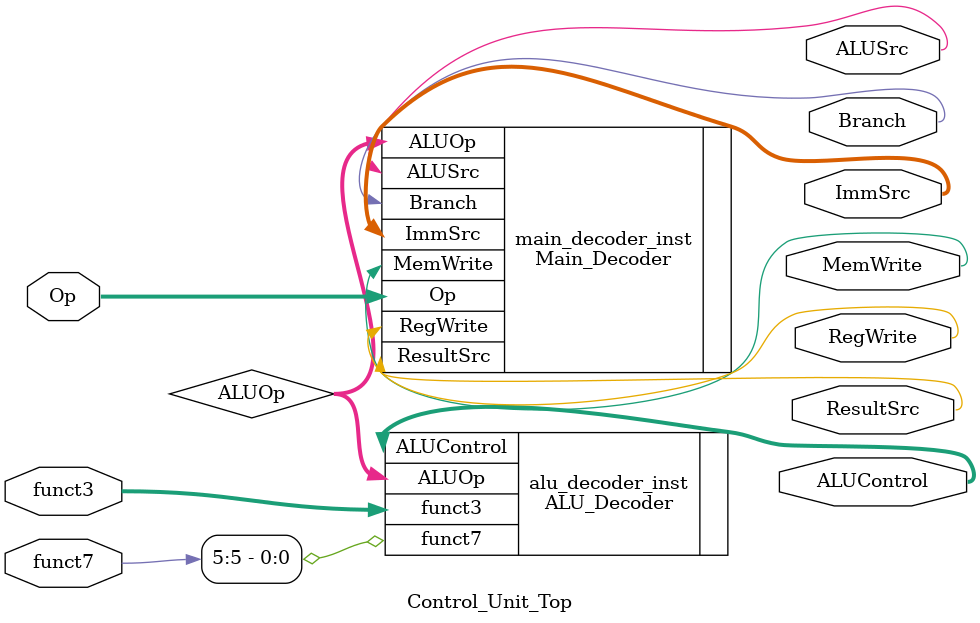
<source format=v>

module Control_Unit_Top(
    input [6:0] Op, funct7,
    input [2:0] funct3,
    output RegWrite, ALUSrc, MemWrite, ResultSrc, Branch,
    output [1:0] ImmSrc,
    output [2:0] ALUControl
);

    wire [1:0] ALUOp;

    Main_Decoder main_decoder_inst (
        .Op(Op),
        .RegWrite(RegWrite),
        .ImmSrc(ImmSrc),
        .MemWrite(MemWrite),
        .ResultSrc(ResultSrc),
        .Branch(Branch),
        .ALUSrc(ALUSrc),
        .ALUOp(ALUOp)
    );

    ALU_Decoder alu_decoder_inst (
        .ALUOp(ALUOp),
        .funct3(funct3),
        .funct7(funct7[5]),  
        .ALUControl(ALUControl)
    );

endmodule


</source>
